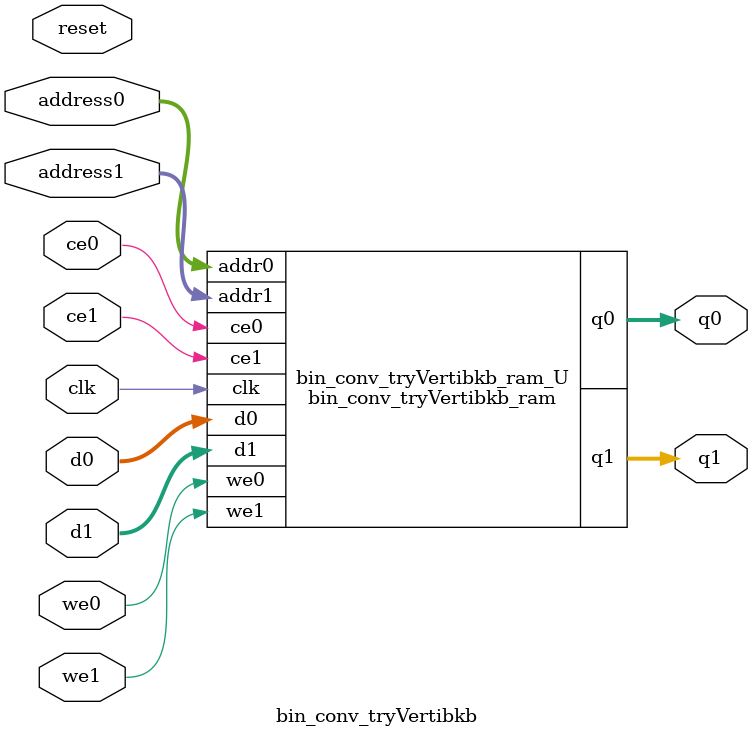
<source format=v>
`timescale 1 ns / 1 ps
module bin_conv_tryVertibkb_ram (addr0, ce0, d0, we0, q0, addr1, ce1, d1, we1, q1,  clk);

parameter DWIDTH = 12;
parameter AWIDTH = 12;
parameter MEM_SIZE = 2112;

input[AWIDTH-1:0] addr0;
input ce0;
input[DWIDTH-1:0] d0;
input we0;
output reg[DWIDTH-1:0] q0;
input[AWIDTH-1:0] addr1;
input ce1;
input[DWIDTH-1:0] d1;
input we1;
output reg[DWIDTH-1:0] q1;
input clk;

(* ram_style = "block" *)reg [DWIDTH-1:0] ram[0:MEM_SIZE-1];




always @(posedge clk)  
begin 
    if (ce0) 
    begin
        if (we0) 
        begin 
            ram[addr0] <= d0; 
        end 
        q0 <= ram[addr0];
    end
end


always @(posedge clk)  
begin 
    if (ce1) 
    begin
        if (we1) 
        begin 
            ram[addr1] <= d1; 
        end 
        q1 <= ram[addr1];
    end
end


endmodule

`timescale 1 ns / 1 ps
module bin_conv_tryVertibkb(
    reset,
    clk,
    address0,
    ce0,
    we0,
    d0,
    q0,
    address1,
    ce1,
    we1,
    d1,
    q1);

parameter DataWidth = 32'd12;
parameter AddressRange = 32'd2112;
parameter AddressWidth = 32'd12;
input reset;
input clk;
input[AddressWidth - 1:0] address0;
input ce0;
input we0;
input[DataWidth - 1:0] d0;
output[DataWidth - 1:0] q0;
input[AddressWidth - 1:0] address1;
input ce1;
input we1;
input[DataWidth - 1:0] d1;
output[DataWidth - 1:0] q1;



bin_conv_tryVertibkb_ram bin_conv_tryVertibkb_ram_U(
    .clk( clk ),
    .addr0( address0 ),
    .ce0( ce0 ),
    .we0( we0 ),
    .d0( d0 ),
    .q0( q0 ),
    .addr1( address1 ),
    .ce1( ce1 ),
    .we1( we1 ),
    .d1( d1 ),
    .q1( q1 ));

endmodule


</source>
